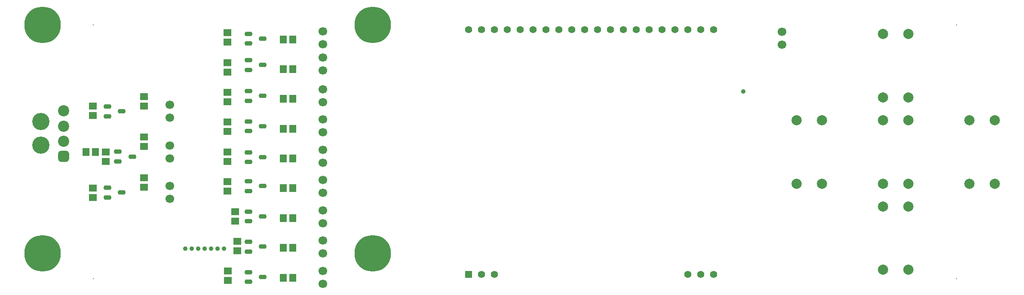
<source format=gts>
G04*
G04 #@! TF.GenerationSoftware,Altium Limited,Altium Designer,23.9.2 (47)*
G04*
G04 Layer_Color=8388736*
%FSLAX44Y44*%
%MOMM*%
G71*
G04*
G04 #@! TF.SameCoordinates,693C47A8-3C61-47C9-A59D-3DA452520F73*
G04*
G04*
G04 #@! TF.FilePolarity,Negative*
G04*
G01*
G75*
G04:AMPARAMS|DCode=16|XSize=0.85mm|YSize=1.45mm|CornerRadius=0.2625mm|HoleSize=0mm|Usage=FLASHONLY|Rotation=90.000|XOffset=0mm|YOffset=0mm|HoleType=Round|Shape=RoundedRectangle|*
%AMROUNDEDRECTD16*
21,1,0.8500,0.9250,0,0,90.0*
21,1,0.3250,1.4500,0,0,90.0*
1,1,0.5250,0.4625,0.1625*
1,1,0.5250,0.4625,-0.1625*
1,1,0.5250,-0.4625,-0.1625*
1,1,0.5250,-0.4625,0.1625*
%
%ADD16ROUNDEDRECTD16*%
%ADD17R,1.5500X1.3500*%
%ADD18R,1.3500X1.5500*%
%ADD19C,0.2000*%
%ADD20C,7.2000*%
%ADD21C,2.2000*%
G04:AMPARAMS|DCode=22|XSize=2.2mm|YSize=2.2mm|CornerRadius=0.6mm|HoleSize=0mm|Usage=FLASHONLY|Rotation=270.000|XOffset=0mm|YOffset=0mm|HoleType=Round|Shape=RoundedRectangle|*
%AMROUNDEDRECTD22*
21,1,2.2000,1.0000,0,0,270.0*
21,1,1.0000,2.2000,0,0,270.0*
1,1,1.2000,-0.5000,-0.5000*
1,1,1.2000,-0.5000,0.5000*
1,1,1.2000,0.5000,0.5000*
1,1,1.2000,0.5000,-0.5000*
%
%ADD22ROUNDEDRECTD22*%
%ADD23C,3.4000*%
%ADD24C,1.4000*%
%ADD25R,1.4000X1.4000*%
%ADD26C,1.7000*%
%ADD27C,2.0000*%
%ADD28C,0.9000*%
D16*
X226340Y290830D02*
D03*
X197840Y281330D02*
D03*
Y300330D02*
D03*
X205880Y379831D02*
D03*
X177380Y370331D02*
D03*
Y389331D02*
D03*
X483600Y53585D02*
D03*
X455100Y44085D02*
D03*
Y63085D02*
D03*
X483600Y113275D02*
D03*
X455100Y103775D02*
D03*
Y122775D02*
D03*
X483600Y172965D02*
D03*
X455100Y163465D02*
D03*
Y182465D02*
D03*
X483600Y232655D02*
D03*
X455100Y223155D02*
D03*
Y242155D02*
D03*
X483600Y289805D02*
D03*
X455100Y280305D02*
D03*
Y299305D02*
D03*
X483600Y350765D02*
D03*
X455100Y341265D02*
D03*
Y360265D02*
D03*
X483600Y410455D02*
D03*
X455100Y400955D02*
D03*
Y419955D02*
D03*
X483600Y523240D02*
D03*
X455100Y513740D02*
D03*
Y532740D02*
D03*
X483600Y471415D02*
D03*
X455100Y461915D02*
D03*
Y480915D02*
D03*
X177380Y229331D02*
D03*
Y210331D02*
D03*
X205880Y219830D02*
D03*
D17*
X173990Y281580D02*
D03*
Y300080D02*
D03*
X149100Y228791D02*
D03*
Y210291D02*
D03*
Y390081D02*
D03*
Y371581D02*
D03*
X433070Y123550D02*
D03*
Y105050D02*
D03*
X429260Y181970D02*
D03*
Y163470D02*
D03*
X413550Y241331D02*
D03*
Y222831D02*
D03*
Y300037D02*
D03*
Y281537D02*
D03*
Y358744D02*
D03*
Y340244D02*
D03*
Y417451D02*
D03*
Y398951D02*
D03*
Y476158D02*
D03*
Y457658D02*
D03*
Y534865D02*
D03*
Y516365D02*
D03*
X414820Y65210D02*
D03*
Y46710D02*
D03*
X250000Y230750D02*
D03*
Y249250D02*
D03*
Y310750D02*
D03*
Y329250D02*
D03*
Y390750D02*
D03*
Y409250D02*
D03*
D18*
X135530Y299720D02*
D03*
X154030D02*
D03*
X542180Y52070D02*
D03*
X523680D02*
D03*
X542180Y110808D02*
D03*
X523680D02*
D03*
X542180Y169545D02*
D03*
X523680D02*
D03*
X542180Y228282D02*
D03*
X523680D02*
D03*
X542180Y287020D02*
D03*
X523680D02*
D03*
X542180Y345757D02*
D03*
X523680D02*
D03*
X542180Y404495D02*
D03*
X523680D02*
D03*
X542180Y463232D02*
D03*
X523680D02*
D03*
X542180Y521970D02*
D03*
X523680D02*
D03*
D19*
X1850000Y50000D02*
D03*
Y550000D02*
D03*
X150000Y50000D02*
D03*
Y550000D02*
D03*
D20*
X700000D02*
D03*
Y100000D02*
D03*
X50000Y550000D02*
D03*
Y100000D02*
D03*
D21*
X91440Y381000D02*
D03*
Y351000D02*
D03*
Y321000D02*
D03*
D22*
Y291000D02*
D03*
D23*
X46440Y313400D02*
D03*
Y359500D02*
D03*
D24*
X1371300Y541300D02*
D03*
X1345900D02*
D03*
X1320500D02*
D03*
X1295100D02*
D03*
X1269700D02*
D03*
X1244300D02*
D03*
X1218900D02*
D03*
X1193500D02*
D03*
X1168100D02*
D03*
X1142700D02*
D03*
X1117300D02*
D03*
X1091900D02*
D03*
X1066500D02*
D03*
X1041100D02*
D03*
X1015700D02*
D03*
X990300D02*
D03*
X964900D02*
D03*
X939500D02*
D03*
X914100D02*
D03*
X888700D02*
D03*
X1371300Y58700D02*
D03*
X1345900D02*
D03*
X1320500D02*
D03*
X939500D02*
D03*
X914100D02*
D03*
D25*
X888700D02*
D03*
D26*
X1506060Y537210D02*
D03*
Y511810D02*
D03*
X601510Y125320D02*
D03*
Y99920D02*
D03*
Y65630D02*
D03*
Y40230D02*
D03*
Y185010D02*
D03*
Y159610D02*
D03*
Y244700D02*
D03*
Y219300D02*
D03*
Y304390D02*
D03*
Y278990D02*
D03*
Y364080D02*
D03*
Y338680D02*
D03*
Y423770D02*
D03*
Y398370D02*
D03*
Y538070D02*
D03*
Y512670D02*
D03*
Y486000D02*
D03*
Y460600D02*
D03*
X300000Y207300D02*
D03*
Y232700D02*
D03*
Y287300D02*
D03*
Y312700D02*
D03*
Y367300D02*
D03*
Y392700D02*
D03*
D27*
X1925000Y362500D02*
D03*
Y237500D02*
D03*
X1875000Y362500D02*
D03*
Y237500D02*
D03*
X1535000D02*
D03*
Y362500D02*
D03*
X1585000Y237500D02*
D03*
Y362500D02*
D03*
X1705000Y237500D02*
D03*
Y362500D02*
D03*
X1755000Y237500D02*
D03*
Y362500D02*
D03*
Y192500D02*
D03*
Y67500D02*
D03*
X1705000Y192500D02*
D03*
Y67500D02*
D03*
X1755000Y532500D02*
D03*
Y407500D02*
D03*
X1705000Y532500D02*
D03*
Y407500D02*
D03*
D28*
X1430090Y419100D02*
D03*
X700000Y577500D02*
D03*
X720000Y570000D02*
D03*
X727500Y550000D02*
D03*
X720000Y530000D02*
D03*
X700000Y522500D02*
D03*
X680000Y530000D02*
D03*
X672500Y550000D02*
D03*
X680000Y570000D02*
D03*
Y120000D02*
D03*
X672500Y100000D02*
D03*
X680000Y80000D02*
D03*
X700000Y72500D02*
D03*
X720000Y80000D02*
D03*
X727500Y100000D02*
D03*
X720000Y120000D02*
D03*
X700000Y127500D02*
D03*
X148590Y228600D02*
D03*
X147320Y389890D02*
D03*
X50000Y577500D02*
D03*
X70000Y570000D02*
D03*
X77500Y550000D02*
D03*
X70000Y530000D02*
D03*
X50000Y522500D02*
D03*
X30000Y530000D02*
D03*
X22500Y550000D02*
D03*
X30000Y570000D02*
D03*
X250000Y409250D02*
D03*
X407150Y109500D02*
D03*
X394450D02*
D03*
X381750D02*
D03*
X369050D02*
D03*
X356350D02*
D03*
X343650D02*
D03*
X330950D02*
D03*
X50000Y127500D02*
D03*
X70000Y120000D02*
D03*
X77500Y100000D02*
D03*
X70000Y80000D02*
D03*
X50000Y72500D02*
D03*
X30000Y80000D02*
D03*
X22500Y100000D02*
D03*
X30000Y120000D02*
D03*
M02*

</source>
